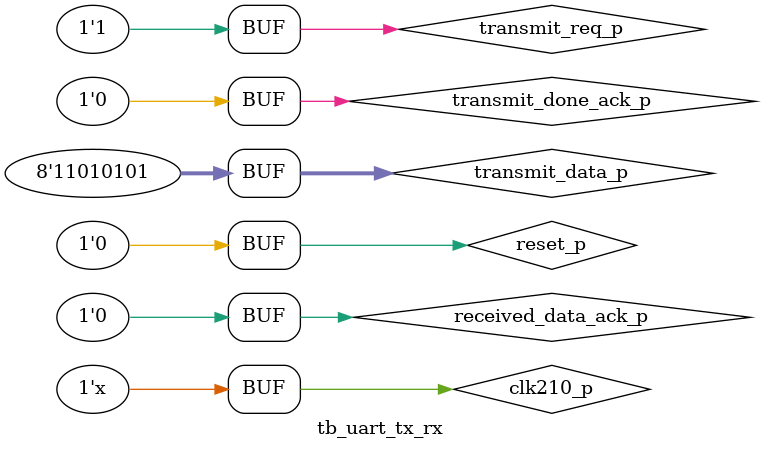
<source format=v>
`timescale 1ns / 1ps


module tb_uart_tx_rx(
    );
	
	reg 			clk210_p				= 1'b0;
	reg 			reset_p					= 1'b1;
	
	// variable declaration
	wire 		baud_16_x_p;
	wire		baud_1_x_p;
	wire 		tx_p;
	wire 		rx_p;
	wire 		transmit_done_p;
	
	reg 			transmit_done_ack_p		= 1'b0;
	reg 			transmit_req_p			= 1'b0;
	reg	[7:0]	transmit_data_p			= 8'd0;
	
	wire[7:0]	received_data_p;
	wire		received_data_read_req_p;	
	
	reg			received_data_ack_p		= 1'b0;
	
	// Module Declaration
	uart_tx	tx_inst(
	.clk210_p					(clk210_p),
	.reset_p					(reset_p),
	.baud_1_x_p					(baud_1_x_p),
	.tx_p						(tx_p),
	.transmit_data_p			(transmit_data_p),
	.transmit_req_p				(transmit_req_p),
	.transmit_done_p			(transmit_done_p),
	.transmit_done_ack_p		(transmit_done_ack_p)
	);
	
	uart_rx	rx_inst(
	.clk210_p					(clk210_p),
	.reset_p					(reset_p),
	.rx_p						(rx_p),
	.received_data_p			(received_data_p),
	.baud_16_x_p				(baud_16_x_p),
	.received_data_read_req_p	(received_data_read_req_p),
	.received_data_ack_p		(received_data_ack_p)
	);
	
	baud_generator	baud_inst(
	.clk210_p					(clk210_p),
	.reset_p					(reset_p),
	.baud_16_x_p				(baud_16_x_p),
	.baud_1_x_p					(baud_1_x_p)
	);
	
	always #2.38095238095 clk210_p <= ~clk210_p;
	
	assign rx_p		= tx_p;
	
	initial
		begin
			reset_p				<= 1'b1;
			#200
			reset_p				<= 1'b0;
			#100
			transmit_data_p		<= 8'b11010101;
			#10000
			transmit_req_p		<= 1'b1;
			#1000
			if (transmit_done_p)
				transmit_done_ack_p		<= 1'b1;
			#1000
			transmit_done_ack_p	<= 1'b0;
			#1000
			if(received_data_read_req_p)
				received_data_ack_p	<= 1'b1;
			#1000
				received_data_ack_p		<= 1'b0;	
		end
	
endmodule

</source>
